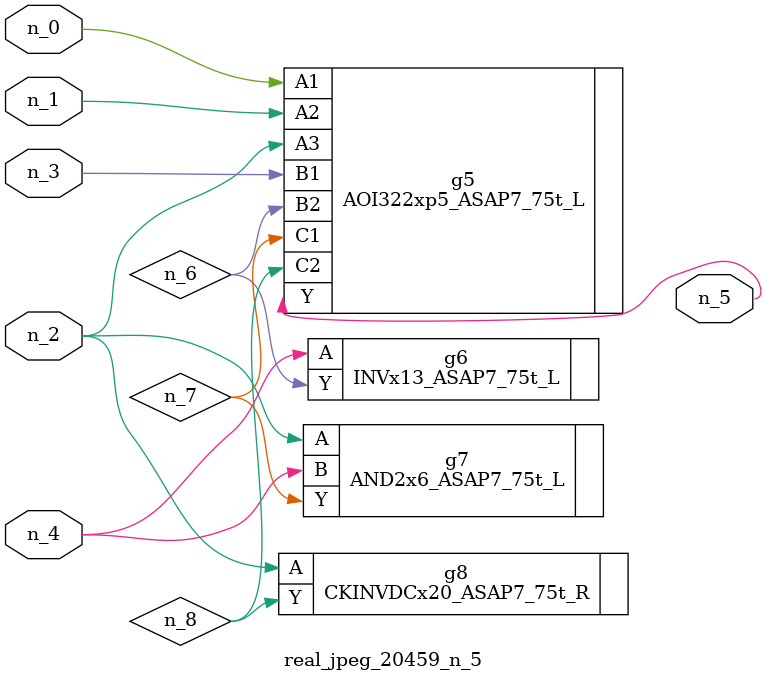
<source format=v>
module real_jpeg_20459_n_5 (n_4, n_0, n_1, n_2, n_3, n_5);

input n_4;
input n_0;
input n_1;
input n_2;
input n_3;

output n_5;

wire n_8;
wire n_6;
wire n_7;

AOI322xp5_ASAP7_75t_L g5 ( 
.A1(n_0),
.A2(n_1),
.A3(n_2),
.B1(n_3),
.B2(n_6),
.C1(n_7),
.C2(n_8),
.Y(n_5)
);

AND2x6_ASAP7_75t_L g7 ( 
.A(n_2),
.B(n_4),
.Y(n_7)
);

CKINVDCx20_ASAP7_75t_R g8 ( 
.A(n_2),
.Y(n_8)
);

INVx13_ASAP7_75t_L g6 ( 
.A(n_4),
.Y(n_6)
);


endmodule
</source>
